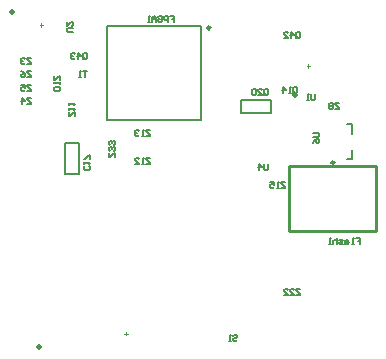
<source format=gbo>
%FSLAX25Y25*%
%MOIN*%
G70*
G01*
G75*
G04 Layer_Color=32896*
%ADD10C,0.01000*%
%ADD11C,0.00512*%
%ADD12C,0.02000*%
%ADD13R,0.00787X0.04488*%
%ADD14R,0.01969X0.01969*%
%ADD15R,0.03000X0.03000*%
%ADD16R,0.01969X0.01969*%
%ADD17R,0.03000X0.03000*%
G04:AMPARAMS|DCode=18|XSize=33.47mil|YSize=11.02mil|CornerRadius=2.76mil|HoleSize=0mil|Usage=FLASHONLY|Rotation=0.000|XOffset=0mil|YOffset=0mil|HoleType=Round|Shape=RoundedRectangle|*
%AMROUNDEDRECTD18*
21,1,0.03347,0.00551,0,0,0.0*
21,1,0.02795,0.01102,0,0,0.0*
1,1,0.00551,0.01398,-0.00276*
1,1,0.00551,-0.01398,-0.00276*
1,1,0.00551,-0.01398,0.00276*
1,1,0.00551,0.01398,0.00276*
%
%ADD18ROUNDEDRECTD18*%
G04:AMPARAMS|DCode=19|XSize=33.47mil|YSize=11.02mil|CornerRadius=2.76mil|HoleSize=0mil|Usage=FLASHONLY|Rotation=90.000|XOffset=0mil|YOffset=0mil|HoleType=Round|Shape=RoundedRectangle|*
%AMROUNDEDRECTD19*
21,1,0.03347,0.00551,0,0,90.0*
21,1,0.02795,0.01102,0,0,90.0*
1,1,0.00551,0.00276,0.01398*
1,1,0.00551,0.00276,-0.01398*
1,1,0.00551,-0.00276,-0.01398*
1,1,0.00551,-0.00276,0.01398*
%
%ADD19ROUNDEDRECTD19*%
%ADD20R,0.03150X0.03150*%
%ADD21R,0.02165X0.01260*%
%ADD22R,0.01260X0.02165*%
%ADD23R,0.11417X0.11417*%
G04:AMPARAMS|DCode=24|XSize=19.69mil|YSize=10.63mil|CornerRadius=0mil|HoleSize=0mil|Usage=FLASHONLY|Rotation=326.000|XOffset=0mil|YOffset=0mil|HoleType=Round|Shape=Rectangle|*
%AMROTATEDRECTD24*
4,1,4,-0.01113,0.00110,-0.00519,0.00991,0.01113,-0.00110,0.00519,-0.00991,-0.01113,0.00110,0.0*
%
%ADD24ROTATEDRECTD24*%

G04:AMPARAMS|DCode=25|XSize=21.65mil|YSize=10.63mil|CornerRadius=0mil|HoleSize=0mil|Usage=FLASHONLY|Rotation=326.000|XOffset=0mil|YOffset=0mil|HoleType=Round|Shape=Rectangle|*
%AMROTATEDRECTD25*
4,1,4,-0.01195,0.00165,-0.00600,0.01046,0.01195,-0.00165,0.00600,-0.01046,-0.01195,0.00165,0.0*
%
%ADD25ROTATEDRECTD25*%

%ADD26P,0.08574X4X281.0*%
G04:AMPARAMS|DCode=27|XSize=19.69mil|YSize=10.63mil|CornerRadius=0mil|HoleSize=0mil|Usage=FLASHONLY|Rotation=56.000|XOffset=0mil|YOffset=0mil|HoleType=Round|Shape=Rectangle|*
%AMROTATEDRECTD27*
4,1,4,-0.00110,-0.01113,-0.00991,-0.00519,0.00110,0.01113,0.00991,0.00519,-0.00110,-0.01113,0.0*
%
%ADD27ROTATEDRECTD27*%

G04:AMPARAMS|DCode=28|XSize=21.65mil|YSize=10.63mil|CornerRadius=0mil|HoleSize=0mil|Usage=FLASHONLY|Rotation=56.000|XOffset=0mil|YOffset=0mil|HoleType=Round|Shape=Rectangle|*
%AMROTATEDRECTD28*
4,1,4,-0.00165,-0.01195,-0.01046,-0.00600,0.00165,0.01195,0.01046,0.00600,-0.00165,-0.01195,0.0*
%
%ADD28ROTATEDRECTD28*%

%ADD29R,0.03543X0.03740*%
%ADD30C,0.01969*%
%ADD31C,0.06811*%
%ADD32R,0.04449X0.05787*%
%ADD33R,0.05079X0.10709*%
%ADD34R,0.06693X0.04331*%
%ADD35R,0.01969X0.02362*%
%ADD36R,0.04331X0.05512*%
%ADD37R,0.04331X0.06693*%
%ADD38R,0.02362X0.00984*%
%ADD39R,0.10236X0.11811*%
%ADD40C,0.02362*%
%ADD41R,0.00984X0.02362*%
%ADD42R,0.12205X0.12205*%
%ADD43R,0.01181X0.01929*%
%ADD44R,0.01181X0.02047*%
%ADD45C,0.01500*%
%ADD46C,0.03000*%
%ADD47C,0.00600*%
%ADD48C,0.05512*%
%ADD49C,0.05000*%
%ADD50C,0.01063*%
%ADD51R,0.05000X0.03000*%
%ADD52R,0.01969X0.01850*%
%ADD53R,0.01969X0.01457*%
%ADD54R,0.04882X0.05079*%
%ADD55C,0.00984*%
%ADD56R,0.04488X0.00787*%
%ADD57R,0.05906X0.02165*%
%ADD58C,0.00700*%
%ADD59C,0.00800*%
%ADD60C,0.01200*%
%ADD61C,0.00984*%
%ADD62C,0.00394*%
%ADD63C,0.00500*%
%ADD64C,0.00787*%
%ADD65R,0.00987X0.04688*%
%ADD66R,0.02169X0.02169*%
%ADD67R,0.03200X0.03200*%
%ADD68R,0.02169X0.02169*%
%ADD69R,0.03200X0.03200*%
G04:AMPARAMS|DCode=70|XSize=35.47mil|YSize=13.02mil|CornerRadius=3.76mil|HoleSize=0mil|Usage=FLASHONLY|Rotation=0.000|XOffset=0mil|YOffset=0mil|HoleType=Round|Shape=RoundedRectangle|*
%AMROUNDEDRECTD70*
21,1,0.03547,0.00551,0,0,0.0*
21,1,0.02795,0.01302,0,0,0.0*
1,1,0.00751,0.01398,-0.00276*
1,1,0.00751,-0.01398,-0.00276*
1,1,0.00751,-0.01398,0.00276*
1,1,0.00751,0.01398,0.00276*
%
%ADD70ROUNDEDRECTD70*%
G04:AMPARAMS|DCode=71|XSize=35.47mil|YSize=13.02mil|CornerRadius=3.76mil|HoleSize=0mil|Usage=FLASHONLY|Rotation=90.000|XOffset=0mil|YOffset=0mil|HoleType=Round|Shape=RoundedRectangle|*
%AMROUNDEDRECTD71*
21,1,0.03547,0.00551,0,0,90.0*
21,1,0.02795,0.01302,0,0,90.0*
1,1,0.00751,0.00276,0.01398*
1,1,0.00751,0.00276,-0.01398*
1,1,0.00751,-0.00276,-0.01398*
1,1,0.00751,-0.00276,0.01398*
%
%ADD71ROUNDEDRECTD71*%
%ADD72R,0.03350X0.03350*%
%ADD73R,0.02365X0.01460*%
%ADD74R,0.01460X0.02365*%
%ADD75R,0.11617X0.11617*%
G04:AMPARAMS|DCode=76|XSize=21.69mil|YSize=12.63mil|CornerRadius=0mil|HoleSize=0mil|Usage=FLASHONLY|Rotation=326.000|XOffset=0mil|YOffset=0mil|HoleType=Round|Shape=Rectangle|*
%AMROTATEDRECTD76*
4,1,4,-0.01252,0.00083,-0.00546,0.01130,0.01252,-0.00083,0.00546,-0.01130,-0.01252,0.00083,0.0*
%
%ADD76ROTATEDRECTD76*%

G04:AMPARAMS|DCode=77|XSize=23.65mil|YSize=12.63mil|CornerRadius=0mil|HoleSize=0mil|Usage=FLASHONLY|Rotation=326.000|XOffset=0mil|YOffset=0mil|HoleType=Round|Shape=Rectangle|*
%AMROTATEDRECTD77*
4,1,4,-0.01334,0.00138,-0.00627,0.01185,0.01334,-0.00138,0.00627,-0.01185,-0.01334,0.00138,0.0*
%
%ADD77ROTATEDRECTD77*%

%ADD78P,0.08857X4X281.0*%
G04:AMPARAMS|DCode=79|XSize=21.69mil|YSize=12.63mil|CornerRadius=0mil|HoleSize=0mil|Usage=FLASHONLY|Rotation=56.000|XOffset=0mil|YOffset=0mil|HoleType=Round|Shape=Rectangle|*
%AMROTATEDRECTD79*
4,1,4,-0.00083,-0.01252,-0.01130,-0.00546,0.00083,0.01252,0.01130,0.00546,-0.00083,-0.01252,0.0*
%
%ADD79ROTATEDRECTD79*%

G04:AMPARAMS|DCode=80|XSize=23.65mil|YSize=12.63mil|CornerRadius=0mil|HoleSize=0mil|Usage=FLASHONLY|Rotation=56.000|XOffset=0mil|YOffset=0mil|HoleType=Round|Shape=Rectangle|*
%AMROTATEDRECTD80*
4,1,4,-0.00138,-0.01334,-0.01185,-0.00627,0.00138,0.01334,0.01185,0.00627,-0.00138,-0.01334,0.0*
%
%ADD80ROTATEDRECTD80*%

%ADD81R,0.03743X0.03940*%
%ADD82C,0.02169*%
%ADD83C,0.07011*%
%ADD84R,0.04649X0.05987*%
%ADD85R,0.05279X0.10909*%
%ADD86R,0.06893X0.04531*%
%ADD87R,0.02169X0.02562*%
%ADD88R,0.04531X0.05712*%
%ADD89R,0.04531X0.06893*%
%ADD90R,0.02562X0.01184*%
%ADD91R,0.10436X0.12011*%
%ADD92C,0.02562*%
%ADD93R,0.12405X0.12405*%
%ADD94R,0.01575X0.02323*%
%ADD95R,0.01575X0.02441*%
%ADD96C,0.05712*%
%ADD97C,0.05200*%
%ADD98R,0.01181X0.04882*%
%ADD99R,0.05200X0.03200*%
%ADD100R,0.02169X0.02050*%
%ADD101R,0.02169X0.01657*%
%ADD102R,0.05082X0.05279*%
%ADD103C,0.01184*%
%ADD104R,0.04882X0.01181*%
%ADD105R,0.06106X0.02365*%
%ADD106C,0.00020*%
D10*
X73757Y-17072D02*
Y4508D01*
X44880D02*
X73757D01*
X44880Y-17072D02*
Y4508D01*
Y-17072D02*
X73757D01*
D12*
X-47408Y55913D02*
X-47387Y55892D01*
X-38362Y-55978D02*
X-38341Y-56000D01*
X46887Y28192D02*
X46909Y28213D01*
D47*
X26167Y-52334D02*
X26500Y-52001D01*
X27167D01*
X27500Y-52334D01*
Y-52667D01*
X27167Y-53000D01*
X26500D01*
X26167Y-53334D01*
Y-53667D01*
X26500Y-54000D01*
X27167D01*
X27500Y-53667D01*
X25501Y-54000D02*
X24834D01*
X25167D01*
Y-52001D01*
X25501Y-52334D01*
X-13001Y7500D02*
Y8833D01*
X-13334D01*
X-14667Y7500D01*
X-15000D01*
Y8833D01*
X-13334Y9499D02*
X-13001Y9833D01*
Y10499D01*
X-13334Y10832D01*
X-13667D01*
X-14000Y10499D01*
Y10166D01*
Y10499D01*
X-14333Y10832D01*
X-14667D01*
X-15000Y10499D01*
Y9833D01*
X-14667Y9499D01*
X-13334Y11499D02*
X-13001Y11832D01*
Y12498D01*
X-13334Y12832D01*
X-13667D01*
X-14000Y12498D01*
Y12165D01*
Y12498D01*
X-14333Y12832D01*
X-14667D01*
X-15000Y12498D01*
Y11832D01*
X-14667Y11499D01*
X-1500Y16499D02*
X-2833D01*
Y16166D01*
X-1500Y14833D01*
Y14500D01*
X-2833D01*
X-3499D02*
X-4166D01*
X-3833D01*
Y16499D01*
X-3499Y16166D01*
X-5165D02*
X-5499Y16499D01*
X-6165D01*
X-6498Y16166D01*
Y15833D01*
X-6165Y15500D01*
X-5832D01*
X-6165D01*
X-6498Y15167D01*
Y14833D01*
X-6165Y14500D01*
X-5499D01*
X-5165Y14833D01*
X-1500Y6999D02*
X-2833D01*
Y6666D01*
X-1500Y5333D01*
Y5000D01*
X-2833D01*
X-3499D02*
X-4166D01*
X-3833D01*
Y6999D01*
X-3499Y6666D01*
X-6498Y5000D02*
X-5165D01*
X-6498Y6333D01*
Y6666D01*
X-6165Y6999D01*
X-5499D01*
X-5165Y6666D01*
X47167Y47333D02*
Y48666D01*
X47500Y48999D01*
X48167D01*
X48500Y48666D01*
Y47333D01*
X48167Y47000D01*
X47500D01*
X47834Y47666D02*
X47167Y47000D01*
X47500D02*
X47167Y47333D01*
X45501Y47000D02*
Y48999D01*
X46501Y48000D01*
X45168D01*
X43168Y47000D02*
X44501D01*
X43168Y48333D01*
Y48666D01*
X43502Y48999D01*
X44168D01*
X44501Y48666D01*
X5167Y54499D02*
X6500D01*
Y53500D01*
X5834D01*
X6500D01*
Y52500D01*
X4501D02*
Y54499D01*
X3501D01*
X3168Y54166D01*
Y53500D01*
X3501Y53166D01*
X4501D01*
X1168Y54166D02*
X1502Y54499D01*
X2168D01*
X2501Y54166D01*
Y52833D01*
X2168Y52500D01*
X1502D01*
X1168Y52833D01*
Y53500D01*
X1835D01*
X502Y52500D02*
Y53833D01*
X-164Y54499D01*
X-831Y53833D01*
Y52500D01*
Y53500D01*
X502D01*
X-1497Y52500D02*
X-2164D01*
X-1831D01*
Y54499D01*
X-1497Y54166D01*
X-23833Y40333D02*
Y41666D01*
X-23500Y41999D01*
X-22833D01*
X-22500Y41666D01*
Y40333D01*
X-22833Y40000D01*
X-23500D01*
X-23167Y40666D02*
X-23833Y40000D01*
X-23500D02*
X-23833Y40333D01*
X-25499Y40000D02*
Y41999D01*
X-24499Y41000D01*
X-25832D01*
X-26499Y41666D02*
X-26832Y41999D01*
X-27498D01*
X-27832Y41666D01*
Y41333D01*
X-27498Y41000D01*
X-27165D01*
X-27498D01*
X-27832Y40666D01*
Y40333D01*
X-27498Y40000D01*
X-26832D01*
X-26499Y40333D01*
X-27001Y49000D02*
X-28667D01*
X-29000Y49333D01*
Y50000D01*
X-28667Y50333D01*
X-27001D01*
X-29000Y52332D02*
Y50999D01*
X-27667Y52332D01*
X-27334D01*
X-27001Y51999D01*
Y51333D01*
X-27334Y50999D01*
X53500Y28499D02*
Y26833D01*
X53167Y26500D01*
X52500D01*
X52167Y26833D01*
Y28499D01*
X51501Y26500D02*
X50834D01*
X51167D01*
Y28499D01*
X51501Y28166D01*
X-21834Y4333D02*
X-21501Y4000D01*
Y3333D01*
X-21834Y3000D01*
X-23167D01*
X-23500Y3333D01*
Y4000D01*
X-23167Y4333D01*
X-23500Y4999D02*
Y5666D01*
Y5333D01*
X-21501D01*
X-21834Y4999D01*
X-21501Y6666D02*
Y7998D01*
X-21834D01*
X-23167Y6666D01*
X-23500D01*
X67167Y-19501D02*
X68500D01*
Y-20500D01*
X67834D01*
X68500D01*
Y-21500D01*
X66501D02*
X65834D01*
X66167D01*
Y-19501D01*
X66501D01*
X64501Y-20167D02*
X63835D01*
X63502Y-20500D01*
Y-21500D01*
X64501D01*
X64834Y-21167D01*
X64501Y-20833D01*
X63502D01*
X62835Y-21500D02*
X61835D01*
X61502Y-21167D01*
X61835Y-20833D01*
X62502D01*
X62835Y-20500D01*
X62502Y-20167D01*
X61502D01*
X60836Y-19501D02*
Y-21500D01*
Y-20500D01*
X60503Y-20167D01*
X59836D01*
X59503Y-20500D01*
Y-21500D01*
X58837D02*
X58170D01*
X58503D01*
Y-19501D01*
X58837Y-19834D01*
X36667Y28333D02*
Y29666D01*
X37000Y29999D01*
X37667D01*
X38000Y29666D01*
Y28333D01*
X37667Y28000D01*
X37000D01*
X37334Y28666D02*
X36667Y28000D01*
X37000D02*
X36667Y28333D01*
X34668Y28000D02*
X36001D01*
X34668Y29333D01*
Y29666D01*
X35001Y29999D01*
X35667D01*
X36001Y29666D01*
X34001D02*
X33668Y29999D01*
X33002D01*
X32668Y29666D01*
Y28333D01*
X33002Y28000D01*
X33668D01*
X34001Y28333D01*
Y29666D01*
X-22500Y35999D02*
X-23833D01*
X-23167D01*
Y34000D01*
X-24499D02*
X-25166D01*
X-24833D01*
Y35999D01*
X-24499Y35666D01*
X38000Y4999D02*
Y3333D01*
X37667Y3000D01*
X37000D01*
X36667Y3333D01*
Y4999D01*
X35001Y3000D02*
Y4999D01*
X36001Y4000D01*
X34668D01*
X53001Y15500D02*
X54667D01*
X55000Y15167D01*
Y14500D01*
X54667Y14167D01*
X53001D01*
Y12168D02*
X53334Y12834D01*
X54000Y13501D01*
X54667D01*
X55000Y13167D01*
Y12501D01*
X54667Y12168D01*
X54334D01*
X54000Y12501D01*
Y13501D01*
X-41000Y40499D02*
X-42333D01*
Y40166D01*
X-41000Y38833D01*
Y38500D01*
X-42333D01*
X-42999Y40166D02*
X-43333Y40499D01*
X-43999D01*
X-44332Y40166D01*
Y39833D01*
X-43999Y39500D01*
X-43666D01*
X-43999D01*
X-44332Y39166D01*
Y38833D01*
X-43999Y38500D01*
X-43333D01*
X-42999Y38833D01*
X-41000Y26999D02*
X-42333D01*
Y26666D01*
X-41000Y25333D01*
Y25000D01*
X-42333D01*
X-43999D02*
Y26999D01*
X-42999Y26000D01*
X-44332D01*
X-41000Y31499D02*
X-42333D01*
Y31166D01*
X-41000Y29833D01*
Y29500D01*
X-42333D01*
X-44332Y31499D02*
X-42999D01*
Y30500D01*
X-43666Y30833D01*
X-43999D01*
X-44332Y30500D01*
Y29833D01*
X-43999Y29500D01*
X-43333D01*
X-42999Y29833D01*
X-41000Y35999D02*
X-42333D01*
Y35666D01*
X-41000Y34333D01*
Y34000D01*
X-42333D01*
X-44332Y35999D02*
X-43666Y35666D01*
X-42999Y35000D01*
Y34333D01*
X-43333Y34000D01*
X-43999D01*
X-44332Y34333D01*
Y34666D01*
X-43999Y35000D01*
X-42999D01*
X61500Y25499D02*
X60167D01*
Y25166D01*
X61500Y23833D01*
Y23500D01*
X60167D01*
X59501Y25166D02*
X59167Y25499D01*
X58501D01*
X58168Y25166D01*
Y24833D01*
X58501Y24500D01*
X58168Y24167D01*
Y23833D01*
X58501Y23500D01*
X59167D01*
X59501Y23833D01*
Y24167D01*
X59167Y24500D01*
X59501Y24833D01*
Y25166D01*
X59167Y24500D02*
X58501D01*
X-33499Y34500D02*
Y33167D01*
X-33166D01*
X-31833Y34500D01*
X-31500D01*
Y33167D01*
Y32501D02*
Y31834D01*
Y32167D01*
X-33499D01*
X-33166Y32501D01*
Y30834D02*
X-33499Y30501D01*
Y29835D01*
X-33166Y29502D01*
X-31833D01*
X-31500Y29835D01*
Y30501D01*
X-31833Y30834D01*
X-33166D01*
X-26501Y21000D02*
Y22333D01*
X-26834D01*
X-28167Y21000D01*
X-28500D01*
Y22333D01*
Y22999D02*
Y23666D01*
Y23333D01*
X-26501D01*
X-26834Y22999D01*
X-28500Y24666D02*
Y25332D01*
Y24999D01*
X-26501D01*
X-26834Y24666D01*
X43500Y-1001D02*
X42167D01*
Y-1334D01*
X43500Y-2667D01*
Y-3000D01*
X42167D01*
X41501D02*
X40834D01*
X41167D01*
Y-1001D01*
X41501Y-1334D01*
X38502Y-1001D02*
X39834D01*
Y-2000D01*
X39168Y-1667D01*
X38835D01*
X38502Y-2000D01*
Y-2667D01*
X38835Y-3000D01*
X39501D01*
X39834Y-2667D01*
X48500Y-36501D02*
X47167D01*
Y-36834D01*
X48500Y-38167D01*
Y-38500D01*
X47167D01*
X45168D02*
X46501D01*
X45168Y-37167D01*
Y-36834D01*
X45501Y-36501D01*
X46167D01*
X46501Y-36834D01*
X43168Y-38500D02*
X44501D01*
X43168Y-37167D01*
Y-36834D01*
X43502Y-36501D01*
X44168D01*
X44501Y-36834D01*
D61*
X18649Y50558D02*
G03*
X18649Y50558I-492J0D01*
G01*
X60002Y5612D02*
G03*
X60002Y5612I-492J0D01*
G01*
D63*
X-25118Y1906D02*
Y12006D01*
X-29718Y1906D02*
Y12006D01*
X-25118D01*
X-29718Y1906D02*
X-25118D01*
X28774Y22030D02*
X38874D01*
X28774Y26630D02*
X38874D01*
Y22030D02*
Y26630D01*
X28774Y22030D02*
Y26630D01*
X46267Y29133D02*
Y30466D01*
X46600Y30799D01*
X47267D01*
X47600Y30466D01*
Y29133D01*
X47267Y28800D01*
X46600D01*
X46933Y29466D02*
X46267Y28800D01*
X46600D02*
X46267Y29133D01*
X45601Y28800D02*
X44934D01*
X45267D01*
Y30799D01*
X45601Y30466D01*
X42935Y28800D02*
Y30799D01*
X43934Y29799D01*
X42601D01*
D64*
X-15898Y19652D02*
X15598D01*
X-15898Y51148D02*
X15598D01*
X-15898Y19652D02*
Y51148D01*
X15598Y19652D02*
Y51148D01*
X64037Y6695D02*
X66006D01*
Y9943D01*
X64037Y18506D02*
X66006D01*
Y15258D02*
Y18506D01*
D106*
X-38292Y51451D02*
X-37231D01*
X-37800Y50848D02*
Y51985D01*
X-10041Y-51400D02*
X-8841D01*
X-9441Y-52000D02*
Y-50800D01*
X50815Y37800D02*
X51952D01*
X51349Y37308D02*
X51349Y38369D01*
M02*

</source>
